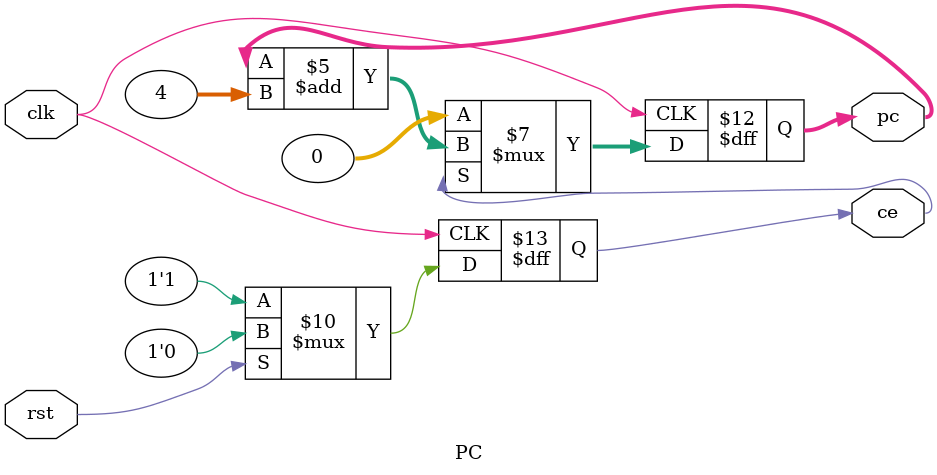
<source format=v>
`timescale 1ns / 1ps


module PC(
    input wire rst,
    input wire clk,
    output reg[31:0] pc,
    output reg ce
    );

    always@(posedge clk)begin
        if(rst==1) begin
            ce<=0;
        end else begin
            ce<=1;
        end
    end 

    always@(posedge clk)begin
        if(ce==0)begin
            pc<=0;
        end else begin 
            pc<=pc+32'd4;
        end
    end

endmodule

</source>
